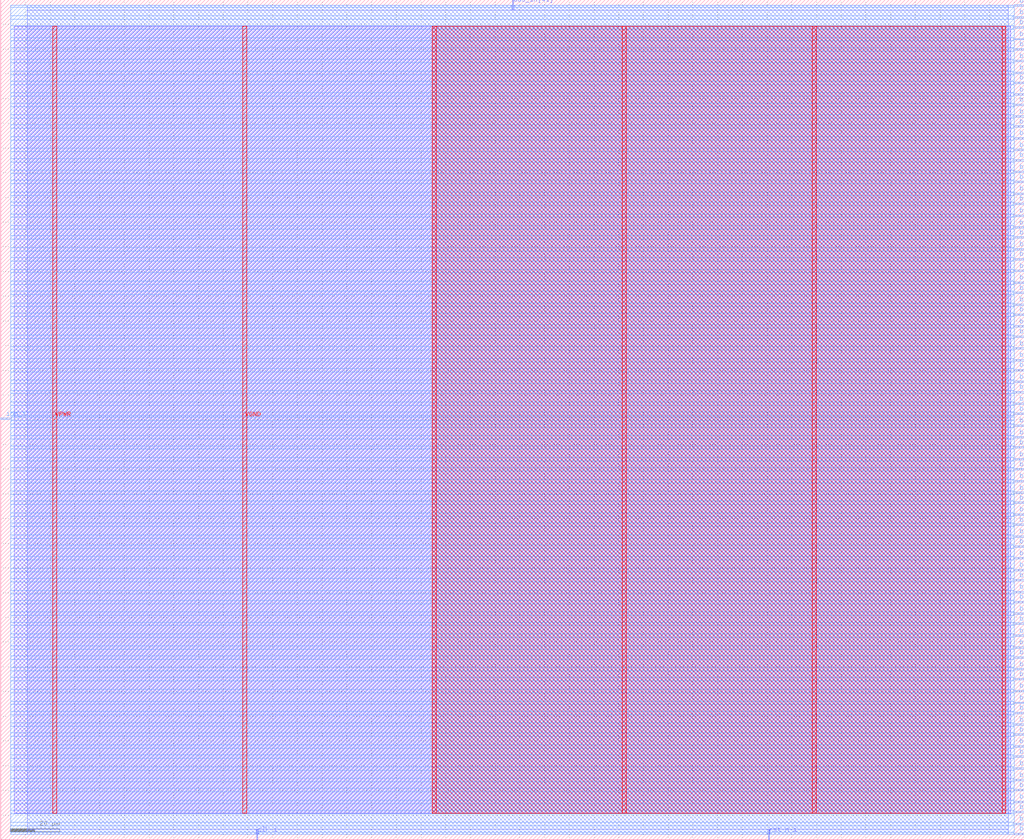
<source format=lef>
VERSION 5.7 ;
NOWIREEXTENSIONATPIN ON ;
DIVIDERCHAR "/" ;
BUSBITCHARS "[]" ;
MACRO tdc_inline_1
  CLASS BLOCK ;
  FOREIGN tdc_inline_1 ;
  ORIGIN 0.000 0.000 ;
  SIZE 414.000 BY 340.000 ;
  PIN bus_in[0]
    DIRECTION INPUT ;
    PORT 
      LAYER met3 ;
      RECT 410.000 2.080 414.000 2.680 ;
    END
  END bus_in[0]
  PIN bus_in[10]
    DIRECTION INPUT ;
    PORT 
      LAYER met3 ;
      RECT 410.000 91.160 414.000 91.760 ;
    END
  END bus_in[10]
  PIN bus_in[11]
    DIRECTION INPUT ;
    PORT 
      LAYER met3 ;
      RECT 410.000 100.000 414.000 100.600 ;
    END
  END bus_in[11]
  PIN bus_in[12]
    DIRECTION INPUT ;
    PORT 
      LAYER met3 ;
      RECT 410.000 108.840 414.000 109.440 ;
    END
  END bus_in[12]
  PIN bus_in[13]
    DIRECTION INPUT ;
    PORT 
      LAYER met3 ;
      RECT 410.000 118.360 414.000 118.960 ;
    END
  END bus_in[13]
  PIN bus_in[14]
    DIRECTION INPUT ;
    PORT 
      LAYER met3 ;
      RECT 410.000 127.200 414.000 127.800 ;
    END
  END bus_in[14]
  PIN bus_in[15]
    DIRECTION INPUT ;
    PORT 
      LAYER met3 ;
      RECT 410.000 136.040 414.000 136.640 ;
    END
  END bus_in[15]
  PIN bus_in[16]
    DIRECTION INPUT ;
    PORT 
      LAYER met3 ;
      RECT 410.000 144.880 414.000 145.480 ;
    END
  END bus_in[16]
  PIN bus_in[17]
    DIRECTION INPUT ;
    PORT 
      LAYER met3 ;
      RECT 410.000 153.720 414.000 154.320 ;
    END
  END bus_in[17]
  PIN bus_in[18]
    DIRECTION INPUT ;
    PORT 
      LAYER met3 ;
      RECT 410.000 162.560 414.000 163.160 ;
    END
  END bus_in[18]
  PIN bus_in[19]
    DIRECTION INPUT ;
    PORT 
      LAYER met3 ;
      RECT 410.000 172.080 414.000 172.680 ;
    END
  END bus_in[19]
  PIN bus_in[1]
    DIRECTION INPUT ;
    PORT 
      LAYER met3 ;
      RECT 410.000 10.920 414.000 11.520 ;
    END
  END bus_in[1]
  PIN bus_in[20]
    DIRECTION INPUT ;
    PORT 
      LAYER met3 ;
      RECT 410.000 180.920 414.000 181.520 ;
    END
  END bus_in[20]
  PIN bus_in[21]
    DIRECTION INPUT ;
    PORT 
      LAYER met3 ;
      RECT 410.000 189.760 414.000 190.360 ;
    END
  END bus_in[21]
  PIN bus_in[22]
    DIRECTION INPUT ;
    PORT 
      LAYER met3 ;
      RECT 410.000 198.600 414.000 199.200 ;
    END
  END bus_in[22]
  PIN bus_in[23]
    DIRECTION INPUT ;
    PORT 
      LAYER met3 ;
      RECT 410.000 207.440 414.000 208.040 ;
    END
  END bus_in[23]
  PIN bus_in[24]
    DIRECTION INPUT ;
    PORT 
      LAYER met3 ;
      RECT 410.000 216.280 414.000 216.880 ;
    END
  END bus_in[24]
  PIN bus_in[25]
    DIRECTION INPUT ;
    PORT 
      LAYER met3 ;
      RECT 410.000 225.120 414.000 225.720 ;
    END
  END bus_in[25]
  PIN bus_in[26]
    DIRECTION INPUT ;
    PORT 
      LAYER met3 ;
      RECT 410.000 234.640 414.000 235.240 ;
    END
  END bus_in[26]
  PIN bus_in[27]
    DIRECTION INPUT ;
    PORT 
      LAYER met3 ;
      RECT 410.000 243.480 414.000 244.080 ;
    END
  END bus_in[27]
  PIN bus_in[28]
    DIRECTION INPUT ;
    PORT 
      LAYER met3 ;
      RECT 410.000 252.320 414.000 252.920 ;
    END
  END bus_in[28]
  PIN bus_in[29]
    DIRECTION INPUT ;
    PORT 
      LAYER met3 ;
      RECT 410.000 261.160 414.000 261.760 ;
    END
  END bus_in[29]
  PIN bus_in[2]
    DIRECTION INPUT ;
    PORT 
      LAYER met3 ;
      RECT 410.000 19.760 414.000 20.360 ;
    END
  END bus_in[2]
  PIN bus_in[30]
    DIRECTION INPUT ;
    PORT 
      LAYER met3 ;
      RECT 410.000 270.000 414.000 270.600 ;
    END
  END bus_in[30]
  PIN bus_in[31]
    DIRECTION INPUT ;
    PORT 
      LAYER met3 ;
      RECT 410.000 278.840 414.000 279.440 ;
    END
  END bus_in[31]
  PIN bus_in[32]
    DIRECTION INPUT ;
    PORT 
      LAYER met3 ;
      RECT 410.000 288.360 414.000 288.960 ;
    END
  END bus_in[32]
  PIN bus_in[33]
    DIRECTION INPUT ;
    PORT 
      LAYER met3 ;
      RECT 410.000 297.200 414.000 297.800 ;
    END
  END bus_in[33]
  PIN bus_in[34]
    DIRECTION INPUT ;
    PORT 
      LAYER met3 ;
      RECT 410.000 306.040 414.000 306.640 ;
    END
  END bus_in[34]
  PIN bus_in[35]
    DIRECTION INPUT ;
    PORT 
      LAYER met3 ;
      RECT 410.000 314.880 414.000 315.480 ;
    END
  END bus_in[35]
  PIN bus_in[36]
    DIRECTION INPUT ;
    PORT 
      LAYER met3 ;
      RECT 410.000 319.640 414.000 320.240 ;
    END
  END bus_in[36]
  PIN bus_in[37]
    DIRECTION INPUT ;
    PORT 
      LAYER met3 ;
      RECT 410.000 323.720 414.000 324.320 ;
    END
  END bus_in[37]
  PIN bus_in[38]
    DIRECTION INPUT ;
    PORT 
      LAYER met3 ;
      RECT 410.000 328.480 414.000 329.080 ;
    END
  END bus_in[38]
  PIN bus_in[39]
    DIRECTION INPUT ;
    PORT 
      LAYER met3 ;
      RECT 410.000 332.560 414.000 333.160 ;
    END
  END bus_in[39]
  PIN bus_in[3]
    DIRECTION INPUT ;
    PORT 
      LAYER met3 ;
      RECT 410.000 28.600 414.000 29.200 ;
    END
  END bus_in[3]
  PIN bus_in[40]
    DIRECTION INPUT ;
    PORT 
      LAYER met3 ;
      RECT 410.000 337.320 414.000 337.920 ;
    END
  END bus_in[40]
  PIN bus_in[41]
    DIRECTION INPUT ;
    PORT 
      LAYER met2 ;
      RECT 207.090 336.000 207.370 340.000 ;
    END
  END bus_in[41]
  PIN bus_in[4]
    DIRECTION INPUT ;
    PORT 
      LAYER met3 ;
      RECT 410.000 37.440 414.000 38.040 ;
    END
  END bus_in[4]
  PIN bus_in[5]
    DIRECTION INPUT ;
    PORT 
      LAYER met3 ;
      RECT 410.000 46.280 414.000 46.880 ;
    END
  END bus_in[5]
  PIN bus_in[6]
    DIRECTION INPUT ;
    PORT 
      LAYER met3 ;
      RECT 410.000 55.120 414.000 55.720 ;
    END
  END bus_in[6]
  PIN bus_in[7]
    DIRECTION INPUT ;
    PORT 
      LAYER met3 ;
      RECT 410.000 64.640 414.000 65.240 ;
    END
  END bus_in[7]
  PIN bus_in[8]
    DIRECTION INPUT ;
    PORT 
      LAYER met3 ;
      RECT 410.000 73.480 414.000 74.080 ;
    END
  END bus_in[8]
  PIN bus_in[9]
    DIRECTION INPUT ;
    PORT 
      LAYER met3 ;
      RECT 410.000 82.320 414.000 82.920 ;
    END
  END bus_in[9]
  PIN bus_out[0]
    DIRECTION OUTPUT TRISTATE ;
    PORT 
      LAYER met3 ;
      RECT 410.000 6.160 414.000 6.760 ;
    END
  END bus_out[0]
  PIN bus_out[10]
    DIRECTION OUTPUT TRISTATE ;
    PORT 
      LAYER met3 ;
      RECT 410.000 95.920 414.000 96.520 ;
    END
  END bus_out[10]
  PIN bus_out[11]
    DIRECTION OUTPUT TRISTATE ;
    PORT 
      LAYER met3 ;
      RECT 410.000 104.760 414.000 105.360 ;
    END
  END bus_out[11]
  PIN bus_out[12]
    DIRECTION OUTPUT TRISTATE ;
    PORT 
      LAYER met3 ;
      RECT 410.000 113.600 414.000 114.200 ;
    END
  END bus_out[12]
  PIN bus_out[13]
    DIRECTION OUTPUT TRISTATE ;
    PORT 
      LAYER met3 ;
      RECT 410.000 122.440 414.000 123.040 ;
    END
  END bus_out[13]
  PIN bus_out[14]
    DIRECTION OUTPUT TRISTATE ;
    PORT 
      LAYER met3 ;
      RECT 410.000 131.280 414.000 131.880 ;
    END
  END bus_out[14]
  PIN bus_out[15]
    DIRECTION OUTPUT TRISTATE ;
    PORT 
      LAYER met3 ;
      RECT 410.000 140.120 414.000 140.720 ;
    END
  END bus_out[15]
  PIN bus_out[16]
    DIRECTION OUTPUT TRISTATE ;
    PORT 
      LAYER met3 ;
      RECT 410.000 149.640 414.000 150.240 ;
    END
  END bus_out[16]
  PIN bus_out[17]
    DIRECTION OUTPUT TRISTATE ;
    PORT 
      LAYER met3 ;
      RECT 410.000 158.480 414.000 159.080 ;
    END
  END bus_out[17]
  PIN bus_out[18]
    DIRECTION OUTPUT TRISTATE ;
    PORT 
      LAYER met3 ;
      RECT 410.000 167.320 414.000 167.920 ;
    END
  END bus_out[18]
  PIN bus_out[19]
    DIRECTION OUTPUT TRISTATE ;
    PORT 
      LAYER met3 ;
      RECT 410.000 176.160 414.000 176.760 ;
    END
  END bus_out[19]
  PIN bus_out[1]
    DIRECTION OUTPUT TRISTATE ;
    PORT 
      LAYER met3 ;
      RECT 410.000 15.000 414.000 15.600 ;
    END
  END bus_out[1]
  PIN bus_out[20]
    DIRECTION OUTPUT TRISTATE ;
    PORT 
      LAYER met3 ;
      RECT 410.000 185.000 414.000 185.600 ;
    END
  END bus_out[20]
  PIN bus_out[21]
    DIRECTION OUTPUT TRISTATE ;
    PORT 
      LAYER met3 ;
      RECT 410.000 193.840 414.000 194.440 ;
    END
  END bus_out[21]
  PIN bus_out[22]
    DIRECTION OUTPUT TRISTATE ;
    PORT 
      LAYER met3 ;
      RECT 410.000 203.360 414.000 203.960 ;
    END
  END bus_out[22]
  PIN bus_out[23]
    DIRECTION OUTPUT TRISTATE ;
    PORT 
      LAYER met3 ;
      RECT 410.000 212.200 414.000 212.800 ;
    END
  END bus_out[23]
  PIN bus_out[24]
    DIRECTION OUTPUT TRISTATE ;
    PORT 
      LAYER met3 ;
      RECT 410.000 221.040 414.000 221.640 ;
    END
  END bus_out[24]
  PIN bus_out[25]
    DIRECTION OUTPUT TRISTATE ;
    PORT 
      LAYER met3 ;
      RECT 410.000 229.880 414.000 230.480 ;
    END
  END bus_out[25]
  PIN bus_out[26]
    DIRECTION OUTPUT TRISTATE ;
    PORT 
      LAYER met3 ;
      RECT 410.000 238.720 414.000 239.320 ;
    END
  END bus_out[26]
  PIN bus_out[27]
    DIRECTION OUTPUT TRISTATE ;
    PORT 
      LAYER met3 ;
      RECT 410.000 247.560 414.000 248.160 ;
    END
  END bus_out[27]
  PIN bus_out[28]
    DIRECTION OUTPUT TRISTATE ;
    PORT 
      LAYER met3 ;
      RECT 410.000 257.080 414.000 257.680 ;
    END
  END bus_out[28]
  PIN bus_out[29]
    DIRECTION OUTPUT TRISTATE ;
    PORT 
      LAYER met3 ;
      RECT 410.000 265.920 414.000 266.520 ;
    END
  END bus_out[29]
  PIN bus_out[2]
    DIRECTION OUTPUT TRISTATE ;
    PORT 
      LAYER met3 ;
      RECT 410.000 23.840 414.000 24.440 ;
    END
  END bus_out[2]
  PIN bus_out[30]
    DIRECTION OUTPUT TRISTATE ;
    PORT 
      LAYER met3 ;
      RECT 410.000 274.760 414.000 275.360 ;
    END
  END bus_out[30]
  PIN bus_out[31]
    DIRECTION OUTPUT TRISTATE ;
    PORT 
      LAYER met3 ;
      RECT 410.000 283.600 414.000 284.200 ;
    END
  END bus_out[31]
  PIN bus_out[32]
    DIRECTION OUTPUT TRISTATE ;
    PORT 
      LAYER met3 ;
      RECT 410.000 292.440 414.000 293.040 ;
    END
  END bus_out[32]
  PIN bus_out[33]
    DIRECTION OUTPUT TRISTATE ;
    PORT 
      LAYER met3 ;
      RECT 410.000 301.280 414.000 301.880 ;
    END
  END bus_out[33]
  PIN bus_out[34]
    DIRECTION OUTPUT TRISTATE ;
    PORT 
      LAYER met3 ;
      RECT 410.000 310.120 414.000 310.720 ;
    END
  END bus_out[34]
  PIN bus_out[3]
    DIRECTION OUTPUT TRISTATE ;
    PORT 
      LAYER met3 ;
      RECT 410.000 33.360 414.000 33.960 ;
    END
  END bus_out[3]
  PIN bus_out[4]
    DIRECTION OUTPUT TRISTATE ;
    PORT 
      LAYER met3 ;
      RECT 410.000 42.200 414.000 42.800 ;
    END
  END bus_out[4]
  PIN bus_out[5]
    DIRECTION OUTPUT TRISTATE ;
    PORT 
      LAYER met3 ;
      RECT 410.000 51.040 414.000 51.640 ;
    END
  END bus_out[5]
  PIN bus_out[6]
    DIRECTION OUTPUT TRISTATE ;
    PORT 
      LAYER met3 ;
      RECT 410.000 59.880 414.000 60.480 ;
    END
  END bus_out[6]
  PIN bus_out[7]
    DIRECTION OUTPUT TRISTATE ;
    PORT 
      LAYER met3 ;
      RECT 410.000 68.720 414.000 69.320 ;
    END
  END bus_out[7]
  PIN bus_out[8]
    DIRECTION OUTPUT TRISTATE ;
    PORT 
      LAYER met3 ;
      RECT 410.000 77.560 414.000 78.160 ;
    END
  END bus_out[8]
  PIN bus_out[9]
    DIRECTION OUTPUT TRISTATE ;
    PORT 
      LAYER met3 ;
      RECT 410.000 87.080 414.000 87.680 ;
    END
  END bus_out[9]
  PIN clk_i
    DIRECTION INPUT ;
    PORT 
      LAYER met2 ;
      RECT 103.590 0.000 103.870 4.000 ;
    END
  END clk_i
  PIN inp_i
    DIRECTION INPUT ;
    PORT 
      LAYER met3 ;
      RECT 0.000 170.040 4.000 170.640 ;
    END
  END inp_i
  PIN rst_n_i
    DIRECTION INPUT ;
    PORT 
      LAYER met2 ;
      RECT 310.590 0.000 310.870 4.000 ;
    END
  END rst_n_i
  PIN VPWR
    DIRECTION INPUT ;
    USE POWER ;
    PORT 
      LAYER met4 ;
      RECT 174.64 10.64 176.24 329.36 ;
      RECT 328.24 10.64 329.84 329.36 ;
      RECT 21.040 10.640 22.640 329.360 ;
    END
  END VPWR
  PIN VGND
    DIRECTION INPUT ;
    USE GROUND ;
    PORT 
      LAYER met4 ;
      RECT 251.44 10.64 253.04 329.36 ;
      RECT 405.04 10.64 406.64 329.36 ;
      RECT 97.840 10.640 99.440 329.360 ;
    END
  END VGND
  OBS 
    LAYER li1 ;
    RECT 5.520 10.795 408.480 329.205 ;
    LAYER met1 ;
    RECT 5.520 10.640 408.480 329.360 ;
    LAYER met2 ;
    RECT 10.680 335.720 206.810 337.805 ;
    RECT 207.650 335.720 407.470 337.805 ;
    RECT 10.680 4.280 407.470 335.720 ;
    RECT 10.680 2.195 103.310 4.280 ;
    RECT 104.150 2.195 310.310 4.280 ;
    RECT 311.150 2.195 407.470 4.280 ;
    LAYER met3 ;
    RECT 4.000 336.920 409.600 337.785 ;
    RECT 4.000 333.560 410.000 336.920 ;
    RECT 4.000 332.160 409.600 333.560 ;
    RECT 4.000 329.480 410.000 332.160 ;
    RECT 4.000 328.080 409.600 329.480 ;
    RECT 4.000 324.720 410.000 328.080 ;
    RECT 4.000 323.320 409.600 324.720 ;
    RECT 4.000 320.640 410.000 323.320 ;
    RECT 4.000 319.240 409.600 320.640 ;
    RECT 4.000 315.880 410.000 319.240 ;
    RECT 4.000 314.480 409.600 315.880 ;
    RECT 4.000 311.120 410.000 314.480 ;
    RECT 4.000 309.720 409.600 311.120 ;
    RECT 4.000 307.040 410.000 309.720 ;
    RECT 4.000 305.640 409.600 307.040 ;
    RECT 4.000 302.280 410.000 305.640 ;
    RECT 4.000 300.880 409.600 302.280 ;
    RECT 4.000 298.200 410.000 300.880 ;
    RECT 4.000 296.800 409.600 298.200 ;
    RECT 4.000 293.440 410.000 296.800 ;
    RECT 4.000 292.040 409.600 293.440 ;
    RECT 4.000 289.360 410.000 292.040 ;
    RECT 4.000 287.960 409.600 289.360 ;
    RECT 4.000 284.600 410.000 287.960 ;
    RECT 4.000 283.200 409.600 284.600 ;
    RECT 4.000 279.840 410.000 283.200 ;
    RECT 4.000 278.440 409.600 279.840 ;
    RECT 4.000 275.760 410.000 278.440 ;
    RECT 4.000 274.360 409.600 275.760 ;
    RECT 4.000 271.000 410.000 274.360 ;
    RECT 4.000 269.600 409.600 271.000 ;
    RECT 4.000 266.920 410.000 269.600 ;
    RECT 4.000 265.520 409.600 266.920 ;
    RECT 4.000 262.160 410.000 265.520 ;
    RECT 4.000 260.760 409.600 262.160 ;
    RECT 4.000 258.080 410.000 260.760 ;
    RECT 4.000 256.680 409.600 258.080 ;
    RECT 4.000 253.320 410.000 256.680 ;
    RECT 4.000 251.920 409.600 253.320 ;
    RECT 4.000 248.560 410.000 251.920 ;
    RECT 4.000 247.160 409.600 248.560 ;
    RECT 4.000 244.480 410.000 247.160 ;
    RECT 4.000 243.080 409.600 244.480 ;
    RECT 4.000 239.720 410.000 243.080 ;
    RECT 4.000 238.320 409.600 239.720 ;
    RECT 4.000 235.640 410.000 238.320 ;
    RECT 4.000 234.240 409.600 235.640 ;
    RECT 4.000 230.880 410.000 234.240 ;
    RECT 4.000 229.480 409.600 230.880 ;
    RECT 4.000 226.120 410.000 229.480 ;
    RECT 4.000 224.720 409.600 226.120 ;
    RECT 4.000 222.040 410.000 224.720 ;
    RECT 4.000 220.640 409.600 222.040 ;
    RECT 4.000 217.280 410.000 220.640 ;
    RECT 4.000 215.880 409.600 217.280 ;
    RECT 4.000 213.200 410.000 215.880 ;
    RECT 4.000 211.800 409.600 213.200 ;
    RECT 4.000 208.440 410.000 211.800 ;
    RECT 4.000 207.040 409.600 208.440 ;
    RECT 4.000 204.360 410.000 207.040 ;
    RECT 4.000 202.960 409.600 204.360 ;
    RECT 4.000 199.600 410.000 202.960 ;
    RECT 4.000 198.200 409.600 199.600 ;
    RECT 4.000 194.840 410.000 198.200 ;
    RECT 4.000 193.440 409.600 194.840 ;
    RECT 4.000 190.760 410.000 193.440 ;
    RECT 4.000 189.360 409.600 190.760 ;
    RECT 4.000 186.000 410.000 189.360 ;
    RECT 4.000 184.600 409.600 186.000 ;
    RECT 4.000 181.920 410.000 184.600 ;
    RECT 4.000 180.520 409.600 181.920 ;
    RECT 4.000 177.160 410.000 180.520 ;
    RECT 4.000 175.760 409.600 177.160 ;
    RECT 4.000 173.080 410.000 175.760 ;
    RECT 4.000 171.680 409.600 173.080 ;
    RECT 4.000 171.040 410.000 171.680 ;
    RECT 4.400 169.640 410.000 171.040 ;
    RECT 4.000 168.320 410.000 169.640 ;
    RECT 4.000 166.920 409.600 168.320 ;
    RECT 4.000 163.560 410.000 166.920 ;
    RECT 4.000 162.160 409.600 163.560 ;
    RECT 4.000 159.480 410.000 162.160 ;
    RECT 4.000 158.080 409.600 159.480 ;
    RECT 4.000 154.720 410.000 158.080 ;
    RECT 4.000 153.320 409.600 154.720 ;
    RECT 4.000 150.640 410.000 153.320 ;
    RECT 4.000 149.240 409.600 150.640 ;
    RECT 4.000 145.880 410.000 149.240 ;
    RECT 4.000 144.480 409.600 145.880 ;
    RECT 4.000 141.120 410.000 144.480 ;
    RECT 4.000 139.720 409.600 141.120 ;
    RECT 4.000 137.040 410.000 139.720 ;
    RECT 4.000 135.640 409.600 137.040 ;
    RECT 4.000 132.280 410.000 135.640 ;
    RECT 4.000 130.880 409.600 132.280 ;
    RECT 4.000 128.200 410.000 130.880 ;
    RECT 4.000 126.800 409.600 128.200 ;
    RECT 4.000 123.440 410.000 126.800 ;
    RECT 4.000 122.040 409.600 123.440 ;
    RECT 4.000 119.360 410.000 122.040 ;
    RECT 4.000 117.960 409.600 119.360 ;
    RECT 4.000 114.600 410.000 117.960 ;
    RECT 4.000 113.200 409.600 114.600 ;
    RECT 4.000 109.840 410.000 113.200 ;
    RECT 4.000 108.440 409.600 109.840 ;
    RECT 4.000 105.760 410.000 108.440 ;
    RECT 4.000 104.360 409.600 105.760 ;
    RECT 4.000 101.000 410.000 104.360 ;
    RECT 4.000 99.600 409.600 101.000 ;
    RECT 4.000 96.920 410.000 99.600 ;
    RECT 4.000 95.520 409.600 96.920 ;
    RECT 4.000 92.160 410.000 95.520 ;
    RECT 4.000 90.760 409.600 92.160 ;
    RECT 4.000 88.080 410.000 90.760 ;
    RECT 4.000 86.680 409.600 88.080 ;
    RECT 4.000 83.320 410.000 86.680 ;
    RECT 4.000 81.920 409.600 83.320 ;
    RECT 4.000 78.560 410.000 81.920 ;
    RECT 4.000 77.160 409.600 78.560 ;
    RECT 4.000 74.480 410.000 77.160 ;
    RECT 4.000 73.080 409.600 74.480 ;
    RECT 4.000 69.720 410.000 73.080 ;
    RECT 4.000 68.320 409.600 69.720 ;
    RECT 4.000 65.640 410.000 68.320 ;
    RECT 4.000 64.240 409.600 65.640 ;
    RECT 4.000 60.880 410.000 64.240 ;
    RECT 4.000 59.480 409.600 60.880 ;
    RECT 4.000 56.120 410.000 59.480 ;
    RECT 4.000 54.720 409.600 56.120 ;
    RECT 4.000 52.040 410.000 54.720 ;
    RECT 4.000 50.640 409.600 52.040 ;
    RECT 4.000 47.280 410.000 50.640 ;
    RECT 4.000 45.880 409.600 47.280 ;
    RECT 4.000 43.200 410.000 45.880 ;
    RECT 4.000 41.800 409.600 43.200 ;
    RECT 4.000 38.440 410.000 41.800 ;
    RECT 4.000 37.040 409.600 38.440 ;
    RECT 4.000 34.360 410.000 37.040 ;
    RECT 4.000 32.960 409.600 34.360 ;
    RECT 4.000 29.600 410.000 32.960 ;
    RECT 4.000 28.200 409.600 29.600 ;
    RECT 4.000 24.840 410.000 28.200 ;
    RECT 4.000 23.440 409.600 24.840 ;
    RECT 4.000 20.760 410.000 23.440 ;
    RECT 4.000 19.360 409.600 20.760 ;
    RECT 4.000 16.000 410.000 19.360 ;
    RECT 4.000 14.600 409.600 16.000 ;
    RECT 4.000 11.920 410.000 14.600 ;
    RECT 4.000 10.520 409.600 11.920 ;
    RECT 4.000 7.160 410.000 10.520 ;
    RECT 4.000 5.760 409.600 7.160 ;
    RECT 4.000 3.080 410.000 5.760 ;
    RECT 4.000 2.215 409.600 3.080 ;
    LAYER met4 ;
    RECT 174.640 10.640 406.640 329.360 ;
  END
END tdc_inline_1
END LIBRARY

</source>
